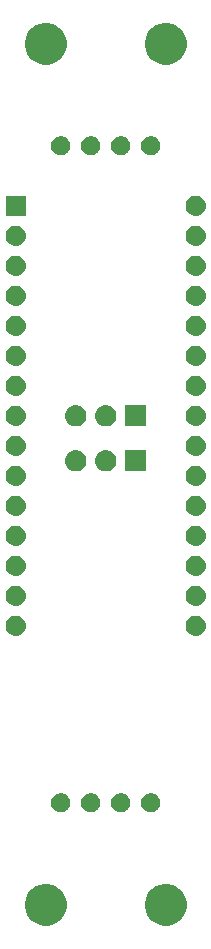
<source format=gbr>
G04 #@! TF.GenerationSoftware,KiCad,Pcbnew,(5.0.2)-1*
G04 #@! TF.CreationDate,2019-04-19T09:34:29-05:00*
G04 #@! TF.ProjectId,ArduinoNanoInterface_Hardware,41726475-696e-46f4-9e61-6e6f496e7465,rev?*
G04 #@! TF.SameCoordinates,Original*
G04 #@! TF.FileFunction,Soldermask,Bot*
G04 #@! TF.FilePolarity,Negative*
%FSLAX46Y46*%
G04 Gerber Fmt 4.6, Leading zero omitted, Abs format (unit mm)*
G04 Created by KiCad (PCBNEW (5.0.2)-1) date 4/19/2019 9:34:29 AM*
%MOMM*%
%LPD*%
G01*
G04 APERTURE LIST*
%ADD10C,0.100000*%
G04 APERTURE END LIST*
D10*
G36*
X99578037Y-133674250D02*
X99578039Y-133674251D01*
X99578040Y-133674251D01*
X99901251Y-133808129D01*
X99901252Y-133808130D01*
X100192137Y-134002493D01*
X100439507Y-134249863D01*
X100439509Y-134249866D01*
X100633871Y-134540749D01*
X100767749Y-134863960D01*
X100836000Y-135207079D01*
X100836000Y-135556921D01*
X100767749Y-135900040D01*
X100633871Y-136223251D01*
X100633870Y-136223252D01*
X100439507Y-136514137D01*
X100192137Y-136761507D01*
X100192134Y-136761509D01*
X99901251Y-136955871D01*
X99578040Y-137089749D01*
X99578039Y-137089749D01*
X99578037Y-137089750D01*
X99234922Y-137158000D01*
X98885078Y-137158000D01*
X98541963Y-137089750D01*
X98541961Y-137089749D01*
X98541960Y-137089749D01*
X98218749Y-136955871D01*
X97927866Y-136761509D01*
X97927863Y-136761507D01*
X97680493Y-136514137D01*
X97486130Y-136223252D01*
X97486129Y-136223251D01*
X97352251Y-135900040D01*
X97284000Y-135556921D01*
X97284000Y-135207079D01*
X97352251Y-134863960D01*
X97486129Y-134540749D01*
X97680491Y-134249866D01*
X97680493Y-134249863D01*
X97927863Y-134002493D01*
X98218748Y-133808130D01*
X98218749Y-133808129D01*
X98541960Y-133674251D01*
X98541961Y-133674251D01*
X98541963Y-133674250D01*
X98885078Y-133606000D01*
X99234922Y-133606000D01*
X99578037Y-133674250D01*
X99578037Y-133674250D01*
G37*
G36*
X89418037Y-133674250D02*
X89418039Y-133674251D01*
X89418040Y-133674251D01*
X89741251Y-133808129D01*
X89741252Y-133808130D01*
X90032137Y-134002493D01*
X90279507Y-134249863D01*
X90279509Y-134249866D01*
X90473871Y-134540749D01*
X90607749Y-134863960D01*
X90676000Y-135207079D01*
X90676000Y-135556921D01*
X90607749Y-135900040D01*
X90473871Y-136223251D01*
X90473870Y-136223252D01*
X90279507Y-136514137D01*
X90032137Y-136761507D01*
X90032134Y-136761509D01*
X89741251Y-136955871D01*
X89418040Y-137089749D01*
X89418039Y-137089749D01*
X89418037Y-137089750D01*
X89074922Y-137158000D01*
X88725078Y-137158000D01*
X88381963Y-137089750D01*
X88381961Y-137089749D01*
X88381960Y-137089749D01*
X88058749Y-136955871D01*
X87767866Y-136761509D01*
X87767863Y-136761507D01*
X87520493Y-136514137D01*
X87326130Y-136223252D01*
X87326129Y-136223251D01*
X87192251Y-135900040D01*
X87124000Y-135556921D01*
X87124000Y-135207079D01*
X87192251Y-134863960D01*
X87326129Y-134540749D01*
X87520491Y-134249866D01*
X87520493Y-134249863D01*
X87767863Y-134002493D01*
X88058748Y-133808130D01*
X88058749Y-133808129D01*
X88381960Y-133674251D01*
X88381961Y-133674251D01*
X88381963Y-133674250D01*
X88725078Y-133606000D01*
X89074922Y-133606000D01*
X89418037Y-133674250D01*
X89418037Y-133674250D01*
G37*
G36*
X98027142Y-125964242D02*
X98175102Y-126025530D01*
X98308258Y-126114502D01*
X98421498Y-126227742D01*
X98510470Y-126360898D01*
X98571758Y-126508858D01*
X98603000Y-126665925D01*
X98603000Y-126826075D01*
X98571758Y-126983142D01*
X98510470Y-127131102D01*
X98421498Y-127264258D01*
X98308258Y-127377498D01*
X98175102Y-127466470D01*
X98027142Y-127527758D01*
X97870075Y-127559000D01*
X97709925Y-127559000D01*
X97552858Y-127527758D01*
X97404898Y-127466470D01*
X97271742Y-127377498D01*
X97158502Y-127264258D01*
X97069530Y-127131102D01*
X97008242Y-126983142D01*
X96977000Y-126826075D01*
X96977000Y-126665925D01*
X97008242Y-126508858D01*
X97069530Y-126360898D01*
X97158502Y-126227742D01*
X97271742Y-126114502D01*
X97404898Y-126025530D01*
X97552858Y-125964242D01*
X97709925Y-125933000D01*
X97870075Y-125933000D01*
X98027142Y-125964242D01*
X98027142Y-125964242D01*
G37*
G36*
X90407142Y-125964242D02*
X90555102Y-126025530D01*
X90688258Y-126114502D01*
X90801498Y-126227742D01*
X90890470Y-126360898D01*
X90951758Y-126508858D01*
X90983000Y-126665925D01*
X90983000Y-126826075D01*
X90951758Y-126983142D01*
X90890470Y-127131102D01*
X90801498Y-127264258D01*
X90688258Y-127377498D01*
X90555102Y-127466470D01*
X90407142Y-127527758D01*
X90250075Y-127559000D01*
X90089925Y-127559000D01*
X89932858Y-127527758D01*
X89784898Y-127466470D01*
X89651742Y-127377498D01*
X89538502Y-127264258D01*
X89449530Y-127131102D01*
X89388242Y-126983142D01*
X89357000Y-126826075D01*
X89357000Y-126665925D01*
X89388242Y-126508858D01*
X89449530Y-126360898D01*
X89538502Y-126227742D01*
X89651742Y-126114502D01*
X89784898Y-126025530D01*
X89932858Y-125964242D01*
X90089925Y-125933000D01*
X90250075Y-125933000D01*
X90407142Y-125964242D01*
X90407142Y-125964242D01*
G37*
G36*
X95487142Y-125964242D02*
X95635102Y-126025530D01*
X95768258Y-126114502D01*
X95881498Y-126227742D01*
X95970470Y-126360898D01*
X96031758Y-126508858D01*
X96063000Y-126665925D01*
X96063000Y-126826075D01*
X96031758Y-126983142D01*
X95970470Y-127131102D01*
X95881498Y-127264258D01*
X95768258Y-127377498D01*
X95635102Y-127466470D01*
X95487142Y-127527758D01*
X95330075Y-127559000D01*
X95169925Y-127559000D01*
X95012858Y-127527758D01*
X94864898Y-127466470D01*
X94731742Y-127377498D01*
X94618502Y-127264258D01*
X94529530Y-127131102D01*
X94468242Y-126983142D01*
X94437000Y-126826075D01*
X94437000Y-126665925D01*
X94468242Y-126508858D01*
X94529530Y-126360898D01*
X94618502Y-126227742D01*
X94731742Y-126114502D01*
X94864898Y-126025530D01*
X95012858Y-125964242D01*
X95169925Y-125933000D01*
X95330075Y-125933000D01*
X95487142Y-125964242D01*
X95487142Y-125964242D01*
G37*
G36*
X92947142Y-125964242D02*
X93095102Y-126025530D01*
X93228258Y-126114502D01*
X93341498Y-126227742D01*
X93430470Y-126360898D01*
X93491758Y-126508858D01*
X93523000Y-126665925D01*
X93523000Y-126826075D01*
X93491758Y-126983142D01*
X93430470Y-127131102D01*
X93341498Y-127264258D01*
X93228258Y-127377498D01*
X93095102Y-127466470D01*
X92947142Y-127527758D01*
X92790075Y-127559000D01*
X92629925Y-127559000D01*
X92472858Y-127527758D01*
X92324898Y-127466470D01*
X92191742Y-127377498D01*
X92078502Y-127264258D01*
X91989530Y-127131102D01*
X91928242Y-126983142D01*
X91897000Y-126826075D01*
X91897000Y-126665925D01*
X91928242Y-126508858D01*
X91989530Y-126360898D01*
X92078502Y-126227742D01*
X92191742Y-126114502D01*
X92324898Y-126025530D01*
X92472858Y-125964242D01*
X92629925Y-125933000D01*
X92790075Y-125933000D01*
X92947142Y-125964242D01*
X92947142Y-125964242D01*
G37*
G36*
X101766821Y-110921313D02*
X101766824Y-110921314D01*
X101766825Y-110921314D01*
X101927239Y-110969975D01*
X101927241Y-110969976D01*
X101927244Y-110969977D01*
X102075078Y-111048995D01*
X102204659Y-111155341D01*
X102311005Y-111284922D01*
X102390023Y-111432756D01*
X102438687Y-111593179D01*
X102455117Y-111760000D01*
X102438687Y-111926821D01*
X102390023Y-112087244D01*
X102311005Y-112235078D01*
X102204659Y-112364659D01*
X102075078Y-112471005D01*
X101927244Y-112550023D01*
X101927241Y-112550024D01*
X101927239Y-112550025D01*
X101766825Y-112598686D01*
X101766824Y-112598686D01*
X101766821Y-112598687D01*
X101641804Y-112611000D01*
X101558196Y-112611000D01*
X101433179Y-112598687D01*
X101433176Y-112598686D01*
X101433175Y-112598686D01*
X101272761Y-112550025D01*
X101272759Y-112550024D01*
X101272756Y-112550023D01*
X101124922Y-112471005D01*
X100995341Y-112364659D01*
X100888995Y-112235078D01*
X100809977Y-112087244D01*
X100761313Y-111926821D01*
X100744883Y-111760000D01*
X100761313Y-111593179D01*
X100809977Y-111432756D01*
X100888995Y-111284922D01*
X100995341Y-111155341D01*
X101124922Y-111048995D01*
X101272756Y-110969977D01*
X101272759Y-110969976D01*
X101272761Y-110969975D01*
X101433175Y-110921314D01*
X101433176Y-110921314D01*
X101433179Y-110921313D01*
X101558196Y-110909000D01*
X101641804Y-110909000D01*
X101766821Y-110921313D01*
X101766821Y-110921313D01*
G37*
G36*
X86526821Y-110921313D02*
X86526824Y-110921314D01*
X86526825Y-110921314D01*
X86687239Y-110969975D01*
X86687241Y-110969976D01*
X86687244Y-110969977D01*
X86835078Y-111048995D01*
X86964659Y-111155341D01*
X87071005Y-111284922D01*
X87150023Y-111432756D01*
X87198687Y-111593179D01*
X87215117Y-111760000D01*
X87198687Y-111926821D01*
X87150023Y-112087244D01*
X87071005Y-112235078D01*
X86964659Y-112364659D01*
X86835078Y-112471005D01*
X86687244Y-112550023D01*
X86687241Y-112550024D01*
X86687239Y-112550025D01*
X86526825Y-112598686D01*
X86526824Y-112598686D01*
X86526821Y-112598687D01*
X86401804Y-112611000D01*
X86318196Y-112611000D01*
X86193179Y-112598687D01*
X86193176Y-112598686D01*
X86193175Y-112598686D01*
X86032761Y-112550025D01*
X86032759Y-112550024D01*
X86032756Y-112550023D01*
X85884922Y-112471005D01*
X85755341Y-112364659D01*
X85648995Y-112235078D01*
X85569977Y-112087244D01*
X85521313Y-111926821D01*
X85504883Y-111760000D01*
X85521313Y-111593179D01*
X85569977Y-111432756D01*
X85648995Y-111284922D01*
X85755341Y-111155341D01*
X85884922Y-111048995D01*
X86032756Y-110969977D01*
X86032759Y-110969976D01*
X86032761Y-110969975D01*
X86193175Y-110921314D01*
X86193176Y-110921314D01*
X86193179Y-110921313D01*
X86318196Y-110909000D01*
X86401804Y-110909000D01*
X86526821Y-110921313D01*
X86526821Y-110921313D01*
G37*
G36*
X101766821Y-108381313D02*
X101766824Y-108381314D01*
X101766825Y-108381314D01*
X101927239Y-108429975D01*
X101927241Y-108429976D01*
X101927244Y-108429977D01*
X102075078Y-108508995D01*
X102204659Y-108615341D01*
X102311005Y-108744922D01*
X102390023Y-108892756D01*
X102438687Y-109053179D01*
X102455117Y-109220000D01*
X102438687Y-109386821D01*
X102390023Y-109547244D01*
X102311005Y-109695078D01*
X102204659Y-109824659D01*
X102075078Y-109931005D01*
X101927244Y-110010023D01*
X101927241Y-110010024D01*
X101927239Y-110010025D01*
X101766825Y-110058686D01*
X101766824Y-110058686D01*
X101766821Y-110058687D01*
X101641804Y-110071000D01*
X101558196Y-110071000D01*
X101433179Y-110058687D01*
X101433176Y-110058686D01*
X101433175Y-110058686D01*
X101272761Y-110010025D01*
X101272759Y-110010024D01*
X101272756Y-110010023D01*
X101124922Y-109931005D01*
X100995341Y-109824659D01*
X100888995Y-109695078D01*
X100809977Y-109547244D01*
X100761313Y-109386821D01*
X100744883Y-109220000D01*
X100761313Y-109053179D01*
X100809977Y-108892756D01*
X100888995Y-108744922D01*
X100995341Y-108615341D01*
X101124922Y-108508995D01*
X101272756Y-108429977D01*
X101272759Y-108429976D01*
X101272761Y-108429975D01*
X101433175Y-108381314D01*
X101433176Y-108381314D01*
X101433179Y-108381313D01*
X101558196Y-108369000D01*
X101641804Y-108369000D01*
X101766821Y-108381313D01*
X101766821Y-108381313D01*
G37*
G36*
X86526821Y-108381313D02*
X86526824Y-108381314D01*
X86526825Y-108381314D01*
X86687239Y-108429975D01*
X86687241Y-108429976D01*
X86687244Y-108429977D01*
X86835078Y-108508995D01*
X86964659Y-108615341D01*
X87071005Y-108744922D01*
X87150023Y-108892756D01*
X87198687Y-109053179D01*
X87215117Y-109220000D01*
X87198687Y-109386821D01*
X87150023Y-109547244D01*
X87071005Y-109695078D01*
X86964659Y-109824659D01*
X86835078Y-109931005D01*
X86687244Y-110010023D01*
X86687241Y-110010024D01*
X86687239Y-110010025D01*
X86526825Y-110058686D01*
X86526824Y-110058686D01*
X86526821Y-110058687D01*
X86401804Y-110071000D01*
X86318196Y-110071000D01*
X86193179Y-110058687D01*
X86193176Y-110058686D01*
X86193175Y-110058686D01*
X86032761Y-110010025D01*
X86032759Y-110010024D01*
X86032756Y-110010023D01*
X85884922Y-109931005D01*
X85755341Y-109824659D01*
X85648995Y-109695078D01*
X85569977Y-109547244D01*
X85521313Y-109386821D01*
X85504883Y-109220000D01*
X85521313Y-109053179D01*
X85569977Y-108892756D01*
X85648995Y-108744922D01*
X85755341Y-108615341D01*
X85884922Y-108508995D01*
X86032756Y-108429977D01*
X86032759Y-108429976D01*
X86032761Y-108429975D01*
X86193175Y-108381314D01*
X86193176Y-108381314D01*
X86193179Y-108381313D01*
X86318196Y-108369000D01*
X86401804Y-108369000D01*
X86526821Y-108381313D01*
X86526821Y-108381313D01*
G37*
G36*
X86526821Y-105841313D02*
X86526824Y-105841314D01*
X86526825Y-105841314D01*
X86687239Y-105889975D01*
X86687241Y-105889976D01*
X86687244Y-105889977D01*
X86835078Y-105968995D01*
X86964659Y-106075341D01*
X87071005Y-106204922D01*
X87150023Y-106352756D01*
X87198687Y-106513179D01*
X87215117Y-106680000D01*
X87198687Y-106846821D01*
X87150023Y-107007244D01*
X87071005Y-107155078D01*
X86964659Y-107284659D01*
X86835078Y-107391005D01*
X86687244Y-107470023D01*
X86687241Y-107470024D01*
X86687239Y-107470025D01*
X86526825Y-107518686D01*
X86526824Y-107518686D01*
X86526821Y-107518687D01*
X86401804Y-107531000D01*
X86318196Y-107531000D01*
X86193179Y-107518687D01*
X86193176Y-107518686D01*
X86193175Y-107518686D01*
X86032761Y-107470025D01*
X86032759Y-107470024D01*
X86032756Y-107470023D01*
X85884922Y-107391005D01*
X85755341Y-107284659D01*
X85648995Y-107155078D01*
X85569977Y-107007244D01*
X85521313Y-106846821D01*
X85504883Y-106680000D01*
X85521313Y-106513179D01*
X85569977Y-106352756D01*
X85648995Y-106204922D01*
X85755341Y-106075341D01*
X85884922Y-105968995D01*
X86032756Y-105889977D01*
X86032759Y-105889976D01*
X86032761Y-105889975D01*
X86193175Y-105841314D01*
X86193176Y-105841314D01*
X86193179Y-105841313D01*
X86318196Y-105829000D01*
X86401804Y-105829000D01*
X86526821Y-105841313D01*
X86526821Y-105841313D01*
G37*
G36*
X101766821Y-105841313D02*
X101766824Y-105841314D01*
X101766825Y-105841314D01*
X101927239Y-105889975D01*
X101927241Y-105889976D01*
X101927244Y-105889977D01*
X102075078Y-105968995D01*
X102204659Y-106075341D01*
X102311005Y-106204922D01*
X102390023Y-106352756D01*
X102438687Y-106513179D01*
X102455117Y-106680000D01*
X102438687Y-106846821D01*
X102390023Y-107007244D01*
X102311005Y-107155078D01*
X102204659Y-107284659D01*
X102075078Y-107391005D01*
X101927244Y-107470023D01*
X101927241Y-107470024D01*
X101927239Y-107470025D01*
X101766825Y-107518686D01*
X101766824Y-107518686D01*
X101766821Y-107518687D01*
X101641804Y-107531000D01*
X101558196Y-107531000D01*
X101433179Y-107518687D01*
X101433176Y-107518686D01*
X101433175Y-107518686D01*
X101272761Y-107470025D01*
X101272759Y-107470024D01*
X101272756Y-107470023D01*
X101124922Y-107391005D01*
X100995341Y-107284659D01*
X100888995Y-107155078D01*
X100809977Y-107007244D01*
X100761313Y-106846821D01*
X100744883Y-106680000D01*
X100761313Y-106513179D01*
X100809977Y-106352756D01*
X100888995Y-106204922D01*
X100995341Y-106075341D01*
X101124922Y-105968995D01*
X101272756Y-105889977D01*
X101272759Y-105889976D01*
X101272761Y-105889975D01*
X101433175Y-105841314D01*
X101433176Y-105841314D01*
X101433179Y-105841313D01*
X101558196Y-105829000D01*
X101641804Y-105829000D01*
X101766821Y-105841313D01*
X101766821Y-105841313D01*
G37*
G36*
X86526821Y-103301313D02*
X86526824Y-103301314D01*
X86526825Y-103301314D01*
X86687239Y-103349975D01*
X86687241Y-103349976D01*
X86687244Y-103349977D01*
X86835078Y-103428995D01*
X86964659Y-103535341D01*
X87071005Y-103664922D01*
X87150023Y-103812756D01*
X87198687Y-103973179D01*
X87215117Y-104140000D01*
X87198687Y-104306821D01*
X87150023Y-104467244D01*
X87071005Y-104615078D01*
X86964659Y-104744659D01*
X86835078Y-104851005D01*
X86687244Y-104930023D01*
X86687241Y-104930024D01*
X86687239Y-104930025D01*
X86526825Y-104978686D01*
X86526824Y-104978686D01*
X86526821Y-104978687D01*
X86401804Y-104991000D01*
X86318196Y-104991000D01*
X86193179Y-104978687D01*
X86193176Y-104978686D01*
X86193175Y-104978686D01*
X86032761Y-104930025D01*
X86032759Y-104930024D01*
X86032756Y-104930023D01*
X85884922Y-104851005D01*
X85755341Y-104744659D01*
X85648995Y-104615078D01*
X85569977Y-104467244D01*
X85521313Y-104306821D01*
X85504883Y-104140000D01*
X85521313Y-103973179D01*
X85569977Y-103812756D01*
X85648995Y-103664922D01*
X85755341Y-103535341D01*
X85884922Y-103428995D01*
X86032756Y-103349977D01*
X86032759Y-103349976D01*
X86032761Y-103349975D01*
X86193175Y-103301314D01*
X86193176Y-103301314D01*
X86193179Y-103301313D01*
X86318196Y-103289000D01*
X86401804Y-103289000D01*
X86526821Y-103301313D01*
X86526821Y-103301313D01*
G37*
G36*
X101766821Y-103301313D02*
X101766824Y-103301314D01*
X101766825Y-103301314D01*
X101927239Y-103349975D01*
X101927241Y-103349976D01*
X101927244Y-103349977D01*
X102075078Y-103428995D01*
X102204659Y-103535341D01*
X102311005Y-103664922D01*
X102390023Y-103812756D01*
X102438687Y-103973179D01*
X102455117Y-104140000D01*
X102438687Y-104306821D01*
X102390023Y-104467244D01*
X102311005Y-104615078D01*
X102204659Y-104744659D01*
X102075078Y-104851005D01*
X101927244Y-104930023D01*
X101927241Y-104930024D01*
X101927239Y-104930025D01*
X101766825Y-104978686D01*
X101766824Y-104978686D01*
X101766821Y-104978687D01*
X101641804Y-104991000D01*
X101558196Y-104991000D01*
X101433179Y-104978687D01*
X101433176Y-104978686D01*
X101433175Y-104978686D01*
X101272761Y-104930025D01*
X101272759Y-104930024D01*
X101272756Y-104930023D01*
X101124922Y-104851005D01*
X100995341Y-104744659D01*
X100888995Y-104615078D01*
X100809977Y-104467244D01*
X100761313Y-104306821D01*
X100744883Y-104140000D01*
X100761313Y-103973179D01*
X100809977Y-103812756D01*
X100888995Y-103664922D01*
X100995341Y-103535341D01*
X101124922Y-103428995D01*
X101272756Y-103349977D01*
X101272759Y-103349976D01*
X101272761Y-103349975D01*
X101433175Y-103301314D01*
X101433176Y-103301314D01*
X101433179Y-103301313D01*
X101558196Y-103289000D01*
X101641804Y-103289000D01*
X101766821Y-103301313D01*
X101766821Y-103301313D01*
G37*
G36*
X101766821Y-100761313D02*
X101766824Y-100761314D01*
X101766825Y-100761314D01*
X101927239Y-100809975D01*
X101927241Y-100809976D01*
X101927244Y-100809977D01*
X102075078Y-100888995D01*
X102204659Y-100995341D01*
X102311005Y-101124922D01*
X102390023Y-101272756D01*
X102438687Y-101433179D01*
X102455117Y-101600000D01*
X102438687Y-101766821D01*
X102390023Y-101927244D01*
X102311005Y-102075078D01*
X102204659Y-102204659D01*
X102075078Y-102311005D01*
X101927244Y-102390023D01*
X101927241Y-102390024D01*
X101927239Y-102390025D01*
X101766825Y-102438686D01*
X101766824Y-102438686D01*
X101766821Y-102438687D01*
X101641804Y-102451000D01*
X101558196Y-102451000D01*
X101433179Y-102438687D01*
X101433176Y-102438686D01*
X101433175Y-102438686D01*
X101272761Y-102390025D01*
X101272759Y-102390024D01*
X101272756Y-102390023D01*
X101124922Y-102311005D01*
X100995341Y-102204659D01*
X100888995Y-102075078D01*
X100809977Y-101927244D01*
X100761313Y-101766821D01*
X100744883Y-101600000D01*
X100761313Y-101433179D01*
X100809977Y-101272756D01*
X100888995Y-101124922D01*
X100995341Y-100995341D01*
X101124922Y-100888995D01*
X101272756Y-100809977D01*
X101272759Y-100809976D01*
X101272761Y-100809975D01*
X101433175Y-100761314D01*
X101433176Y-100761314D01*
X101433179Y-100761313D01*
X101558196Y-100749000D01*
X101641804Y-100749000D01*
X101766821Y-100761313D01*
X101766821Y-100761313D01*
G37*
G36*
X86526821Y-100761313D02*
X86526824Y-100761314D01*
X86526825Y-100761314D01*
X86687239Y-100809975D01*
X86687241Y-100809976D01*
X86687244Y-100809977D01*
X86835078Y-100888995D01*
X86964659Y-100995341D01*
X87071005Y-101124922D01*
X87150023Y-101272756D01*
X87198687Y-101433179D01*
X87215117Y-101600000D01*
X87198687Y-101766821D01*
X87150023Y-101927244D01*
X87071005Y-102075078D01*
X86964659Y-102204659D01*
X86835078Y-102311005D01*
X86687244Y-102390023D01*
X86687241Y-102390024D01*
X86687239Y-102390025D01*
X86526825Y-102438686D01*
X86526824Y-102438686D01*
X86526821Y-102438687D01*
X86401804Y-102451000D01*
X86318196Y-102451000D01*
X86193179Y-102438687D01*
X86193176Y-102438686D01*
X86193175Y-102438686D01*
X86032761Y-102390025D01*
X86032759Y-102390024D01*
X86032756Y-102390023D01*
X85884922Y-102311005D01*
X85755341Y-102204659D01*
X85648995Y-102075078D01*
X85569977Y-101927244D01*
X85521313Y-101766821D01*
X85504883Y-101600000D01*
X85521313Y-101433179D01*
X85569977Y-101272756D01*
X85648995Y-101124922D01*
X85755341Y-100995341D01*
X85884922Y-100888995D01*
X86032756Y-100809977D01*
X86032759Y-100809976D01*
X86032761Y-100809975D01*
X86193175Y-100761314D01*
X86193176Y-100761314D01*
X86193179Y-100761313D01*
X86318196Y-100749000D01*
X86401804Y-100749000D01*
X86526821Y-100761313D01*
X86526821Y-100761313D01*
G37*
G36*
X101766821Y-98221313D02*
X101766824Y-98221314D01*
X101766825Y-98221314D01*
X101927239Y-98269975D01*
X101927241Y-98269976D01*
X101927244Y-98269977D01*
X102075078Y-98348995D01*
X102204659Y-98455341D01*
X102311005Y-98584922D01*
X102390023Y-98732756D01*
X102438687Y-98893179D01*
X102455117Y-99060000D01*
X102438687Y-99226821D01*
X102390023Y-99387244D01*
X102311005Y-99535078D01*
X102204659Y-99664659D01*
X102075078Y-99771005D01*
X101927244Y-99850023D01*
X101927241Y-99850024D01*
X101927239Y-99850025D01*
X101766825Y-99898686D01*
X101766824Y-99898686D01*
X101766821Y-99898687D01*
X101641804Y-99911000D01*
X101558196Y-99911000D01*
X101433179Y-99898687D01*
X101433176Y-99898686D01*
X101433175Y-99898686D01*
X101272761Y-99850025D01*
X101272759Y-99850024D01*
X101272756Y-99850023D01*
X101124922Y-99771005D01*
X100995341Y-99664659D01*
X100888995Y-99535078D01*
X100809977Y-99387244D01*
X100761313Y-99226821D01*
X100744883Y-99060000D01*
X100761313Y-98893179D01*
X100809977Y-98732756D01*
X100888995Y-98584922D01*
X100995341Y-98455341D01*
X101124922Y-98348995D01*
X101272756Y-98269977D01*
X101272759Y-98269976D01*
X101272761Y-98269975D01*
X101433175Y-98221314D01*
X101433176Y-98221314D01*
X101433179Y-98221313D01*
X101558196Y-98209000D01*
X101641804Y-98209000D01*
X101766821Y-98221313D01*
X101766821Y-98221313D01*
G37*
G36*
X86526821Y-98221313D02*
X86526824Y-98221314D01*
X86526825Y-98221314D01*
X86687239Y-98269975D01*
X86687241Y-98269976D01*
X86687244Y-98269977D01*
X86835078Y-98348995D01*
X86964659Y-98455341D01*
X87071005Y-98584922D01*
X87150023Y-98732756D01*
X87198687Y-98893179D01*
X87215117Y-99060000D01*
X87198687Y-99226821D01*
X87150023Y-99387244D01*
X87071005Y-99535078D01*
X86964659Y-99664659D01*
X86835078Y-99771005D01*
X86687244Y-99850023D01*
X86687241Y-99850024D01*
X86687239Y-99850025D01*
X86526825Y-99898686D01*
X86526824Y-99898686D01*
X86526821Y-99898687D01*
X86401804Y-99911000D01*
X86318196Y-99911000D01*
X86193179Y-99898687D01*
X86193176Y-99898686D01*
X86193175Y-99898686D01*
X86032761Y-99850025D01*
X86032759Y-99850024D01*
X86032756Y-99850023D01*
X85884922Y-99771005D01*
X85755341Y-99664659D01*
X85648995Y-99535078D01*
X85569977Y-99387244D01*
X85521313Y-99226821D01*
X85504883Y-99060000D01*
X85521313Y-98893179D01*
X85569977Y-98732756D01*
X85648995Y-98584922D01*
X85755341Y-98455341D01*
X85884922Y-98348995D01*
X86032756Y-98269977D01*
X86032759Y-98269976D01*
X86032761Y-98269975D01*
X86193175Y-98221314D01*
X86193176Y-98221314D01*
X86193179Y-98221313D01*
X86318196Y-98209000D01*
X86401804Y-98209000D01*
X86526821Y-98221313D01*
X86526821Y-98221313D01*
G37*
G36*
X91550442Y-96895518D02*
X91616627Y-96902037D01*
X91729853Y-96936384D01*
X91786467Y-96953557D01*
X91864146Y-96995078D01*
X91942991Y-97037222D01*
X91978729Y-97066552D01*
X92080186Y-97149814D01*
X92163448Y-97251271D01*
X92192778Y-97287009D01*
X92192779Y-97287011D01*
X92276443Y-97443533D01*
X92276443Y-97443534D01*
X92327963Y-97613373D01*
X92345359Y-97790000D01*
X92327963Y-97966627D01*
X92293616Y-98079853D01*
X92276443Y-98136467D01*
X92205080Y-98269975D01*
X92192778Y-98292991D01*
X92163448Y-98328729D01*
X92080186Y-98430186D01*
X91978729Y-98513448D01*
X91942991Y-98542778D01*
X91942989Y-98542779D01*
X91786467Y-98626443D01*
X91729853Y-98643616D01*
X91616627Y-98677963D01*
X91550442Y-98684482D01*
X91484260Y-98691000D01*
X91395740Y-98691000D01*
X91329558Y-98684482D01*
X91263373Y-98677963D01*
X91150147Y-98643616D01*
X91093533Y-98626443D01*
X90937011Y-98542779D01*
X90937009Y-98542778D01*
X90901271Y-98513448D01*
X90799814Y-98430186D01*
X90716552Y-98328729D01*
X90687222Y-98292991D01*
X90674920Y-98269975D01*
X90603557Y-98136467D01*
X90586384Y-98079853D01*
X90552037Y-97966627D01*
X90534641Y-97790000D01*
X90552037Y-97613373D01*
X90603557Y-97443534D01*
X90603557Y-97443533D01*
X90687221Y-97287011D01*
X90687222Y-97287009D01*
X90716552Y-97251271D01*
X90799814Y-97149814D01*
X90901271Y-97066552D01*
X90937009Y-97037222D01*
X91015854Y-96995078D01*
X91093533Y-96953557D01*
X91150147Y-96936384D01*
X91263373Y-96902037D01*
X91329558Y-96895518D01*
X91395740Y-96889000D01*
X91484260Y-96889000D01*
X91550442Y-96895518D01*
X91550442Y-96895518D01*
G37*
G36*
X94090442Y-96895518D02*
X94156627Y-96902037D01*
X94269853Y-96936384D01*
X94326467Y-96953557D01*
X94404146Y-96995078D01*
X94482991Y-97037222D01*
X94518729Y-97066552D01*
X94620186Y-97149814D01*
X94703448Y-97251271D01*
X94732778Y-97287009D01*
X94732779Y-97287011D01*
X94816443Y-97443533D01*
X94816443Y-97443534D01*
X94867963Y-97613373D01*
X94885359Y-97790000D01*
X94867963Y-97966627D01*
X94833616Y-98079853D01*
X94816443Y-98136467D01*
X94745080Y-98269975D01*
X94732778Y-98292991D01*
X94703448Y-98328729D01*
X94620186Y-98430186D01*
X94518729Y-98513448D01*
X94482991Y-98542778D01*
X94482989Y-98542779D01*
X94326467Y-98626443D01*
X94269853Y-98643616D01*
X94156627Y-98677963D01*
X94090442Y-98684482D01*
X94024260Y-98691000D01*
X93935740Y-98691000D01*
X93869558Y-98684482D01*
X93803373Y-98677963D01*
X93690147Y-98643616D01*
X93633533Y-98626443D01*
X93477011Y-98542779D01*
X93477009Y-98542778D01*
X93441271Y-98513448D01*
X93339814Y-98430186D01*
X93256552Y-98328729D01*
X93227222Y-98292991D01*
X93214920Y-98269975D01*
X93143557Y-98136467D01*
X93126384Y-98079853D01*
X93092037Y-97966627D01*
X93074641Y-97790000D01*
X93092037Y-97613373D01*
X93143557Y-97443534D01*
X93143557Y-97443533D01*
X93227221Y-97287011D01*
X93227222Y-97287009D01*
X93256552Y-97251271D01*
X93339814Y-97149814D01*
X93441271Y-97066552D01*
X93477009Y-97037222D01*
X93555854Y-96995078D01*
X93633533Y-96953557D01*
X93690147Y-96936384D01*
X93803373Y-96902037D01*
X93869558Y-96895518D01*
X93935740Y-96889000D01*
X94024260Y-96889000D01*
X94090442Y-96895518D01*
X94090442Y-96895518D01*
G37*
G36*
X97421000Y-98691000D02*
X95619000Y-98691000D01*
X95619000Y-96889000D01*
X97421000Y-96889000D01*
X97421000Y-98691000D01*
X97421000Y-98691000D01*
G37*
G36*
X101766821Y-95681313D02*
X101766824Y-95681314D01*
X101766825Y-95681314D01*
X101927239Y-95729975D01*
X101927241Y-95729976D01*
X101927244Y-95729977D01*
X102075078Y-95808995D01*
X102204659Y-95915341D01*
X102311005Y-96044922D01*
X102390023Y-96192756D01*
X102438687Y-96353179D01*
X102455117Y-96520000D01*
X102438687Y-96686821D01*
X102390023Y-96847244D01*
X102311005Y-96995078D01*
X102204659Y-97124659D01*
X102075078Y-97231005D01*
X101927244Y-97310023D01*
X101927241Y-97310024D01*
X101927239Y-97310025D01*
X101766825Y-97358686D01*
X101766824Y-97358686D01*
X101766821Y-97358687D01*
X101641804Y-97371000D01*
X101558196Y-97371000D01*
X101433179Y-97358687D01*
X101433176Y-97358686D01*
X101433175Y-97358686D01*
X101272761Y-97310025D01*
X101272759Y-97310024D01*
X101272756Y-97310023D01*
X101124922Y-97231005D01*
X100995341Y-97124659D01*
X100888995Y-96995078D01*
X100809977Y-96847244D01*
X100761313Y-96686821D01*
X100744883Y-96520000D01*
X100761313Y-96353179D01*
X100809977Y-96192756D01*
X100888995Y-96044922D01*
X100995341Y-95915341D01*
X101124922Y-95808995D01*
X101272756Y-95729977D01*
X101272759Y-95729976D01*
X101272761Y-95729975D01*
X101433175Y-95681314D01*
X101433176Y-95681314D01*
X101433179Y-95681313D01*
X101558196Y-95669000D01*
X101641804Y-95669000D01*
X101766821Y-95681313D01*
X101766821Y-95681313D01*
G37*
G36*
X86526821Y-95681313D02*
X86526824Y-95681314D01*
X86526825Y-95681314D01*
X86687239Y-95729975D01*
X86687241Y-95729976D01*
X86687244Y-95729977D01*
X86835078Y-95808995D01*
X86964659Y-95915341D01*
X87071005Y-96044922D01*
X87150023Y-96192756D01*
X87198687Y-96353179D01*
X87215117Y-96520000D01*
X87198687Y-96686821D01*
X87150023Y-96847244D01*
X87071005Y-96995078D01*
X86964659Y-97124659D01*
X86835078Y-97231005D01*
X86687244Y-97310023D01*
X86687241Y-97310024D01*
X86687239Y-97310025D01*
X86526825Y-97358686D01*
X86526824Y-97358686D01*
X86526821Y-97358687D01*
X86401804Y-97371000D01*
X86318196Y-97371000D01*
X86193179Y-97358687D01*
X86193176Y-97358686D01*
X86193175Y-97358686D01*
X86032761Y-97310025D01*
X86032759Y-97310024D01*
X86032756Y-97310023D01*
X85884922Y-97231005D01*
X85755341Y-97124659D01*
X85648995Y-96995078D01*
X85569977Y-96847244D01*
X85521313Y-96686821D01*
X85504883Y-96520000D01*
X85521313Y-96353179D01*
X85569977Y-96192756D01*
X85648995Y-96044922D01*
X85755341Y-95915341D01*
X85884922Y-95808995D01*
X86032756Y-95729977D01*
X86032759Y-95729976D01*
X86032761Y-95729975D01*
X86193175Y-95681314D01*
X86193176Y-95681314D01*
X86193179Y-95681313D01*
X86318196Y-95669000D01*
X86401804Y-95669000D01*
X86526821Y-95681313D01*
X86526821Y-95681313D01*
G37*
G36*
X91550443Y-93085519D02*
X91616627Y-93092037D01*
X91729853Y-93126384D01*
X91786467Y-93143557D01*
X91873311Y-93189977D01*
X91942991Y-93227222D01*
X91978729Y-93256552D01*
X92080186Y-93339814D01*
X92163448Y-93441271D01*
X92192778Y-93477009D01*
X92192779Y-93477011D01*
X92276443Y-93633533D01*
X92293616Y-93690147D01*
X92327963Y-93803373D01*
X92345359Y-93980000D01*
X92327963Y-94156627D01*
X92293616Y-94269853D01*
X92276443Y-94326467D01*
X92207698Y-94455078D01*
X92192778Y-94482991D01*
X92163448Y-94518729D01*
X92080186Y-94620186D01*
X91978729Y-94703448D01*
X91942991Y-94732778D01*
X91942989Y-94732779D01*
X91786467Y-94816443D01*
X91779069Y-94818687D01*
X91616627Y-94867963D01*
X91550443Y-94874481D01*
X91484260Y-94881000D01*
X91395740Y-94881000D01*
X91329557Y-94874481D01*
X91263373Y-94867963D01*
X91100931Y-94818687D01*
X91093533Y-94816443D01*
X90937011Y-94732779D01*
X90937009Y-94732778D01*
X90901271Y-94703448D01*
X90799814Y-94620186D01*
X90716552Y-94518729D01*
X90687222Y-94482991D01*
X90672302Y-94455078D01*
X90603557Y-94326467D01*
X90586384Y-94269853D01*
X90552037Y-94156627D01*
X90534641Y-93980000D01*
X90552037Y-93803373D01*
X90586384Y-93690147D01*
X90603557Y-93633533D01*
X90687221Y-93477011D01*
X90687222Y-93477009D01*
X90716552Y-93441271D01*
X90799814Y-93339814D01*
X90901271Y-93256552D01*
X90937009Y-93227222D01*
X91006689Y-93189977D01*
X91093533Y-93143557D01*
X91150147Y-93126384D01*
X91263373Y-93092037D01*
X91329557Y-93085519D01*
X91395740Y-93079000D01*
X91484260Y-93079000D01*
X91550443Y-93085519D01*
X91550443Y-93085519D01*
G37*
G36*
X97421000Y-94881000D02*
X95619000Y-94881000D01*
X95619000Y-93079000D01*
X97421000Y-93079000D01*
X97421000Y-94881000D01*
X97421000Y-94881000D01*
G37*
G36*
X94090443Y-93085519D02*
X94156627Y-93092037D01*
X94269853Y-93126384D01*
X94326467Y-93143557D01*
X94413311Y-93189977D01*
X94482991Y-93227222D01*
X94518729Y-93256552D01*
X94620186Y-93339814D01*
X94703448Y-93441271D01*
X94732778Y-93477009D01*
X94732779Y-93477011D01*
X94816443Y-93633533D01*
X94833616Y-93690147D01*
X94867963Y-93803373D01*
X94885359Y-93980000D01*
X94867963Y-94156627D01*
X94833616Y-94269853D01*
X94816443Y-94326467D01*
X94747698Y-94455078D01*
X94732778Y-94482991D01*
X94703448Y-94518729D01*
X94620186Y-94620186D01*
X94518729Y-94703448D01*
X94482991Y-94732778D01*
X94482989Y-94732779D01*
X94326467Y-94816443D01*
X94319069Y-94818687D01*
X94156627Y-94867963D01*
X94090443Y-94874481D01*
X94024260Y-94881000D01*
X93935740Y-94881000D01*
X93869557Y-94874481D01*
X93803373Y-94867963D01*
X93640931Y-94818687D01*
X93633533Y-94816443D01*
X93477011Y-94732779D01*
X93477009Y-94732778D01*
X93441271Y-94703448D01*
X93339814Y-94620186D01*
X93256552Y-94518729D01*
X93227222Y-94482991D01*
X93212302Y-94455078D01*
X93143557Y-94326467D01*
X93126384Y-94269853D01*
X93092037Y-94156627D01*
X93074641Y-93980000D01*
X93092037Y-93803373D01*
X93126384Y-93690147D01*
X93143557Y-93633533D01*
X93227221Y-93477011D01*
X93227222Y-93477009D01*
X93256552Y-93441271D01*
X93339814Y-93339814D01*
X93441271Y-93256552D01*
X93477009Y-93227222D01*
X93546689Y-93189977D01*
X93633533Y-93143557D01*
X93690147Y-93126384D01*
X93803373Y-93092037D01*
X93869557Y-93085519D01*
X93935740Y-93079000D01*
X94024260Y-93079000D01*
X94090443Y-93085519D01*
X94090443Y-93085519D01*
G37*
G36*
X101766821Y-93141313D02*
X101766824Y-93141314D01*
X101766825Y-93141314D01*
X101927239Y-93189975D01*
X101927241Y-93189976D01*
X101927244Y-93189977D01*
X102075078Y-93268995D01*
X102204659Y-93375341D01*
X102311005Y-93504922D01*
X102390023Y-93652756D01*
X102390024Y-93652759D01*
X102390025Y-93652761D01*
X102435713Y-93803375D01*
X102438687Y-93813179D01*
X102455117Y-93980000D01*
X102438687Y-94146821D01*
X102438686Y-94146824D01*
X102438686Y-94146825D01*
X102435713Y-94156627D01*
X102390023Y-94307244D01*
X102311005Y-94455078D01*
X102204659Y-94584659D01*
X102075078Y-94691005D01*
X101927244Y-94770023D01*
X101927241Y-94770024D01*
X101927239Y-94770025D01*
X101766825Y-94818686D01*
X101766824Y-94818686D01*
X101766821Y-94818687D01*
X101641804Y-94831000D01*
X101558196Y-94831000D01*
X101433179Y-94818687D01*
X101433176Y-94818686D01*
X101433175Y-94818686D01*
X101272761Y-94770025D01*
X101272759Y-94770024D01*
X101272756Y-94770023D01*
X101124922Y-94691005D01*
X100995341Y-94584659D01*
X100888995Y-94455078D01*
X100809977Y-94307244D01*
X100764288Y-94156627D01*
X100761314Y-94146825D01*
X100761314Y-94146824D01*
X100761313Y-94146821D01*
X100744883Y-93980000D01*
X100761313Y-93813179D01*
X100764287Y-93803375D01*
X100809975Y-93652761D01*
X100809976Y-93652759D01*
X100809977Y-93652756D01*
X100888995Y-93504922D01*
X100995341Y-93375341D01*
X101124922Y-93268995D01*
X101272756Y-93189977D01*
X101272759Y-93189976D01*
X101272761Y-93189975D01*
X101433175Y-93141314D01*
X101433176Y-93141314D01*
X101433179Y-93141313D01*
X101558196Y-93129000D01*
X101641804Y-93129000D01*
X101766821Y-93141313D01*
X101766821Y-93141313D01*
G37*
G36*
X86526821Y-93141313D02*
X86526824Y-93141314D01*
X86526825Y-93141314D01*
X86687239Y-93189975D01*
X86687241Y-93189976D01*
X86687244Y-93189977D01*
X86835078Y-93268995D01*
X86964659Y-93375341D01*
X87071005Y-93504922D01*
X87150023Y-93652756D01*
X87150024Y-93652759D01*
X87150025Y-93652761D01*
X87195713Y-93803375D01*
X87198687Y-93813179D01*
X87215117Y-93980000D01*
X87198687Y-94146821D01*
X87198686Y-94146824D01*
X87198686Y-94146825D01*
X87195713Y-94156627D01*
X87150023Y-94307244D01*
X87071005Y-94455078D01*
X86964659Y-94584659D01*
X86835078Y-94691005D01*
X86687244Y-94770023D01*
X86687241Y-94770024D01*
X86687239Y-94770025D01*
X86526825Y-94818686D01*
X86526824Y-94818686D01*
X86526821Y-94818687D01*
X86401804Y-94831000D01*
X86318196Y-94831000D01*
X86193179Y-94818687D01*
X86193176Y-94818686D01*
X86193175Y-94818686D01*
X86032761Y-94770025D01*
X86032759Y-94770024D01*
X86032756Y-94770023D01*
X85884922Y-94691005D01*
X85755341Y-94584659D01*
X85648995Y-94455078D01*
X85569977Y-94307244D01*
X85524288Y-94156627D01*
X85521314Y-94146825D01*
X85521314Y-94146824D01*
X85521313Y-94146821D01*
X85504883Y-93980000D01*
X85521313Y-93813179D01*
X85524287Y-93803375D01*
X85569975Y-93652761D01*
X85569976Y-93652759D01*
X85569977Y-93652756D01*
X85648995Y-93504922D01*
X85755341Y-93375341D01*
X85884922Y-93268995D01*
X86032756Y-93189977D01*
X86032759Y-93189976D01*
X86032761Y-93189975D01*
X86193175Y-93141314D01*
X86193176Y-93141314D01*
X86193179Y-93141313D01*
X86318196Y-93129000D01*
X86401804Y-93129000D01*
X86526821Y-93141313D01*
X86526821Y-93141313D01*
G37*
G36*
X86526821Y-90601313D02*
X86526824Y-90601314D01*
X86526825Y-90601314D01*
X86687239Y-90649975D01*
X86687241Y-90649976D01*
X86687244Y-90649977D01*
X86835078Y-90728995D01*
X86964659Y-90835341D01*
X87071005Y-90964922D01*
X87150023Y-91112756D01*
X87198687Y-91273179D01*
X87215117Y-91440000D01*
X87198687Y-91606821D01*
X87150023Y-91767244D01*
X87071005Y-91915078D01*
X86964659Y-92044659D01*
X86835078Y-92151005D01*
X86687244Y-92230023D01*
X86687241Y-92230024D01*
X86687239Y-92230025D01*
X86526825Y-92278686D01*
X86526824Y-92278686D01*
X86526821Y-92278687D01*
X86401804Y-92291000D01*
X86318196Y-92291000D01*
X86193179Y-92278687D01*
X86193176Y-92278686D01*
X86193175Y-92278686D01*
X86032761Y-92230025D01*
X86032759Y-92230024D01*
X86032756Y-92230023D01*
X85884922Y-92151005D01*
X85755341Y-92044659D01*
X85648995Y-91915078D01*
X85569977Y-91767244D01*
X85521313Y-91606821D01*
X85504883Y-91440000D01*
X85521313Y-91273179D01*
X85569977Y-91112756D01*
X85648995Y-90964922D01*
X85755341Y-90835341D01*
X85884922Y-90728995D01*
X86032756Y-90649977D01*
X86032759Y-90649976D01*
X86032761Y-90649975D01*
X86193175Y-90601314D01*
X86193176Y-90601314D01*
X86193179Y-90601313D01*
X86318196Y-90589000D01*
X86401804Y-90589000D01*
X86526821Y-90601313D01*
X86526821Y-90601313D01*
G37*
G36*
X101766821Y-90601313D02*
X101766824Y-90601314D01*
X101766825Y-90601314D01*
X101927239Y-90649975D01*
X101927241Y-90649976D01*
X101927244Y-90649977D01*
X102075078Y-90728995D01*
X102204659Y-90835341D01*
X102311005Y-90964922D01*
X102390023Y-91112756D01*
X102438687Y-91273179D01*
X102455117Y-91440000D01*
X102438687Y-91606821D01*
X102390023Y-91767244D01*
X102311005Y-91915078D01*
X102204659Y-92044659D01*
X102075078Y-92151005D01*
X101927244Y-92230023D01*
X101927241Y-92230024D01*
X101927239Y-92230025D01*
X101766825Y-92278686D01*
X101766824Y-92278686D01*
X101766821Y-92278687D01*
X101641804Y-92291000D01*
X101558196Y-92291000D01*
X101433179Y-92278687D01*
X101433176Y-92278686D01*
X101433175Y-92278686D01*
X101272761Y-92230025D01*
X101272759Y-92230024D01*
X101272756Y-92230023D01*
X101124922Y-92151005D01*
X100995341Y-92044659D01*
X100888995Y-91915078D01*
X100809977Y-91767244D01*
X100761313Y-91606821D01*
X100744883Y-91440000D01*
X100761313Y-91273179D01*
X100809977Y-91112756D01*
X100888995Y-90964922D01*
X100995341Y-90835341D01*
X101124922Y-90728995D01*
X101272756Y-90649977D01*
X101272759Y-90649976D01*
X101272761Y-90649975D01*
X101433175Y-90601314D01*
X101433176Y-90601314D01*
X101433179Y-90601313D01*
X101558196Y-90589000D01*
X101641804Y-90589000D01*
X101766821Y-90601313D01*
X101766821Y-90601313D01*
G37*
G36*
X101766821Y-88061313D02*
X101766824Y-88061314D01*
X101766825Y-88061314D01*
X101927239Y-88109975D01*
X101927241Y-88109976D01*
X101927244Y-88109977D01*
X102075078Y-88188995D01*
X102204659Y-88295341D01*
X102311005Y-88424922D01*
X102390023Y-88572756D01*
X102438687Y-88733179D01*
X102455117Y-88900000D01*
X102438687Y-89066821D01*
X102390023Y-89227244D01*
X102311005Y-89375078D01*
X102204659Y-89504659D01*
X102075078Y-89611005D01*
X101927244Y-89690023D01*
X101927241Y-89690024D01*
X101927239Y-89690025D01*
X101766825Y-89738686D01*
X101766824Y-89738686D01*
X101766821Y-89738687D01*
X101641804Y-89751000D01*
X101558196Y-89751000D01*
X101433179Y-89738687D01*
X101433176Y-89738686D01*
X101433175Y-89738686D01*
X101272761Y-89690025D01*
X101272759Y-89690024D01*
X101272756Y-89690023D01*
X101124922Y-89611005D01*
X100995341Y-89504659D01*
X100888995Y-89375078D01*
X100809977Y-89227244D01*
X100761313Y-89066821D01*
X100744883Y-88900000D01*
X100761313Y-88733179D01*
X100809977Y-88572756D01*
X100888995Y-88424922D01*
X100995341Y-88295341D01*
X101124922Y-88188995D01*
X101272756Y-88109977D01*
X101272759Y-88109976D01*
X101272761Y-88109975D01*
X101433175Y-88061314D01*
X101433176Y-88061314D01*
X101433179Y-88061313D01*
X101558196Y-88049000D01*
X101641804Y-88049000D01*
X101766821Y-88061313D01*
X101766821Y-88061313D01*
G37*
G36*
X86526821Y-88061313D02*
X86526824Y-88061314D01*
X86526825Y-88061314D01*
X86687239Y-88109975D01*
X86687241Y-88109976D01*
X86687244Y-88109977D01*
X86835078Y-88188995D01*
X86964659Y-88295341D01*
X87071005Y-88424922D01*
X87150023Y-88572756D01*
X87198687Y-88733179D01*
X87215117Y-88900000D01*
X87198687Y-89066821D01*
X87150023Y-89227244D01*
X87071005Y-89375078D01*
X86964659Y-89504659D01*
X86835078Y-89611005D01*
X86687244Y-89690023D01*
X86687241Y-89690024D01*
X86687239Y-89690025D01*
X86526825Y-89738686D01*
X86526824Y-89738686D01*
X86526821Y-89738687D01*
X86401804Y-89751000D01*
X86318196Y-89751000D01*
X86193179Y-89738687D01*
X86193176Y-89738686D01*
X86193175Y-89738686D01*
X86032761Y-89690025D01*
X86032759Y-89690024D01*
X86032756Y-89690023D01*
X85884922Y-89611005D01*
X85755341Y-89504659D01*
X85648995Y-89375078D01*
X85569977Y-89227244D01*
X85521313Y-89066821D01*
X85504883Y-88900000D01*
X85521313Y-88733179D01*
X85569977Y-88572756D01*
X85648995Y-88424922D01*
X85755341Y-88295341D01*
X85884922Y-88188995D01*
X86032756Y-88109977D01*
X86032759Y-88109976D01*
X86032761Y-88109975D01*
X86193175Y-88061314D01*
X86193176Y-88061314D01*
X86193179Y-88061313D01*
X86318196Y-88049000D01*
X86401804Y-88049000D01*
X86526821Y-88061313D01*
X86526821Y-88061313D01*
G37*
G36*
X86526821Y-85521313D02*
X86526824Y-85521314D01*
X86526825Y-85521314D01*
X86687239Y-85569975D01*
X86687241Y-85569976D01*
X86687244Y-85569977D01*
X86835078Y-85648995D01*
X86964659Y-85755341D01*
X87071005Y-85884922D01*
X87150023Y-86032756D01*
X87198687Y-86193179D01*
X87215117Y-86360000D01*
X87198687Y-86526821D01*
X87150023Y-86687244D01*
X87071005Y-86835078D01*
X86964659Y-86964659D01*
X86835078Y-87071005D01*
X86687244Y-87150023D01*
X86687241Y-87150024D01*
X86687239Y-87150025D01*
X86526825Y-87198686D01*
X86526824Y-87198686D01*
X86526821Y-87198687D01*
X86401804Y-87211000D01*
X86318196Y-87211000D01*
X86193179Y-87198687D01*
X86193176Y-87198686D01*
X86193175Y-87198686D01*
X86032761Y-87150025D01*
X86032759Y-87150024D01*
X86032756Y-87150023D01*
X85884922Y-87071005D01*
X85755341Y-86964659D01*
X85648995Y-86835078D01*
X85569977Y-86687244D01*
X85521313Y-86526821D01*
X85504883Y-86360000D01*
X85521313Y-86193179D01*
X85569977Y-86032756D01*
X85648995Y-85884922D01*
X85755341Y-85755341D01*
X85884922Y-85648995D01*
X86032756Y-85569977D01*
X86032759Y-85569976D01*
X86032761Y-85569975D01*
X86193175Y-85521314D01*
X86193176Y-85521314D01*
X86193179Y-85521313D01*
X86318196Y-85509000D01*
X86401804Y-85509000D01*
X86526821Y-85521313D01*
X86526821Y-85521313D01*
G37*
G36*
X101766821Y-85521313D02*
X101766824Y-85521314D01*
X101766825Y-85521314D01*
X101927239Y-85569975D01*
X101927241Y-85569976D01*
X101927244Y-85569977D01*
X102075078Y-85648995D01*
X102204659Y-85755341D01*
X102311005Y-85884922D01*
X102390023Y-86032756D01*
X102438687Y-86193179D01*
X102455117Y-86360000D01*
X102438687Y-86526821D01*
X102390023Y-86687244D01*
X102311005Y-86835078D01*
X102204659Y-86964659D01*
X102075078Y-87071005D01*
X101927244Y-87150023D01*
X101927241Y-87150024D01*
X101927239Y-87150025D01*
X101766825Y-87198686D01*
X101766824Y-87198686D01*
X101766821Y-87198687D01*
X101641804Y-87211000D01*
X101558196Y-87211000D01*
X101433179Y-87198687D01*
X101433176Y-87198686D01*
X101433175Y-87198686D01*
X101272761Y-87150025D01*
X101272759Y-87150024D01*
X101272756Y-87150023D01*
X101124922Y-87071005D01*
X100995341Y-86964659D01*
X100888995Y-86835078D01*
X100809977Y-86687244D01*
X100761313Y-86526821D01*
X100744883Y-86360000D01*
X100761313Y-86193179D01*
X100809977Y-86032756D01*
X100888995Y-85884922D01*
X100995341Y-85755341D01*
X101124922Y-85648995D01*
X101272756Y-85569977D01*
X101272759Y-85569976D01*
X101272761Y-85569975D01*
X101433175Y-85521314D01*
X101433176Y-85521314D01*
X101433179Y-85521313D01*
X101558196Y-85509000D01*
X101641804Y-85509000D01*
X101766821Y-85521313D01*
X101766821Y-85521313D01*
G37*
G36*
X86526821Y-82981313D02*
X86526824Y-82981314D01*
X86526825Y-82981314D01*
X86687239Y-83029975D01*
X86687241Y-83029976D01*
X86687244Y-83029977D01*
X86835078Y-83108995D01*
X86964659Y-83215341D01*
X87071005Y-83344922D01*
X87150023Y-83492756D01*
X87198687Y-83653179D01*
X87215117Y-83820000D01*
X87198687Y-83986821D01*
X87150023Y-84147244D01*
X87071005Y-84295078D01*
X86964659Y-84424659D01*
X86835078Y-84531005D01*
X86687244Y-84610023D01*
X86687241Y-84610024D01*
X86687239Y-84610025D01*
X86526825Y-84658686D01*
X86526824Y-84658686D01*
X86526821Y-84658687D01*
X86401804Y-84671000D01*
X86318196Y-84671000D01*
X86193179Y-84658687D01*
X86193176Y-84658686D01*
X86193175Y-84658686D01*
X86032761Y-84610025D01*
X86032759Y-84610024D01*
X86032756Y-84610023D01*
X85884922Y-84531005D01*
X85755341Y-84424659D01*
X85648995Y-84295078D01*
X85569977Y-84147244D01*
X85521313Y-83986821D01*
X85504883Y-83820000D01*
X85521313Y-83653179D01*
X85569977Y-83492756D01*
X85648995Y-83344922D01*
X85755341Y-83215341D01*
X85884922Y-83108995D01*
X86032756Y-83029977D01*
X86032759Y-83029976D01*
X86032761Y-83029975D01*
X86193175Y-82981314D01*
X86193176Y-82981314D01*
X86193179Y-82981313D01*
X86318196Y-82969000D01*
X86401804Y-82969000D01*
X86526821Y-82981313D01*
X86526821Y-82981313D01*
G37*
G36*
X101766821Y-82981313D02*
X101766824Y-82981314D01*
X101766825Y-82981314D01*
X101927239Y-83029975D01*
X101927241Y-83029976D01*
X101927244Y-83029977D01*
X102075078Y-83108995D01*
X102204659Y-83215341D01*
X102311005Y-83344922D01*
X102390023Y-83492756D01*
X102438687Y-83653179D01*
X102455117Y-83820000D01*
X102438687Y-83986821D01*
X102390023Y-84147244D01*
X102311005Y-84295078D01*
X102204659Y-84424659D01*
X102075078Y-84531005D01*
X101927244Y-84610023D01*
X101927241Y-84610024D01*
X101927239Y-84610025D01*
X101766825Y-84658686D01*
X101766824Y-84658686D01*
X101766821Y-84658687D01*
X101641804Y-84671000D01*
X101558196Y-84671000D01*
X101433179Y-84658687D01*
X101433176Y-84658686D01*
X101433175Y-84658686D01*
X101272761Y-84610025D01*
X101272759Y-84610024D01*
X101272756Y-84610023D01*
X101124922Y-84531005D01*
X100995341Y-84424659D01*
X100888995Y-84295078D01*
X100809977Y-84147244D01*
X100761313Y-83986821D01*
X100744883Y-83820000D01*
X100761313Y-83653179D01*
X100809977Y-83492756D01*
X100888995Y-83344922D01*
X100995341Y-83215341D01*
X101124922Y-83108995D01*
X101272756Y-83029977D01*
X101272759Y-83029976D01*
X101272761Y-83029975D01*
X101433175Y-82981314D01*
X101433176Y-82981314D01*
X101433179Y-82981313D01*
X101558196Y-82969000D01*
X101641804Y-82969000D01*
X101766821Y-82981313D01*
X101766821Y-82981313D01*
G37*
G36*
X86526821Y-80441313D02*
X86526824Y-80441314D01*
X86526825Y-80441314D01*
X86687239Y-80489975D01*
X86687241Y-80489976D01*
X86687244Y-80489977D01*
X86835078Y-80568995D01*
X86964659Y-80675341D01*
X87071005Y-80804922D01*
X87150023Y-80952756D01*
X87198687Y-81113179D01*
X87215117Y-81280000D01*
X87198687Y-81446821D01*
X87150023Y-81607244D01*
X87071005Y-81755078D01*
X86964659Y-81884659D01*
X86835078Y-81991005D01*
X86687244Y-82070023D01*
X86687241Y-82070024D01*
X86687239Y-82070025D01*
X86526825Y-82118686D01*
X86526824Y-82118686D01*
X86526821Y-82118687D01*
X86401804Y-82131000D01*
X86318196Y-82131000D01*
X86193179Y-82118687D01*
X86193176Y-82118686D01*
X86193175Y-82118686D01*
X86032761Y-82070025D01*
X86032759Y-82070024D01*
X86032756Y-82070023D01*
X85884922Y-81991005D01*
X85755341Y-81884659D01*
X85648995Y-81755078D01*
X85569977Y-81607244D01*
X85521313Y-81446821D01*
X85504883Y-81280000D01*
X85521313Y-81113179D01*
X85569977Y-80952756D01*
X85648995Y-80804922D01*
X85755341Y-80675341D01*
X85884922Y-80568995D01*
X86032756Y-80489977D01*
X86032759Y-80489976D01*
X86032761Y-80489975D01*
X86193175Y-80441314D01*
X86193176Y-80441314D01*
X86193179Y-80441313D01*
X86318196Y-80429000D01*
X86401804Y-80429000D01*
X86526821Y-80441313D01*
X86526821Y-80441313D01*
G37*
G36*
X101766821Y-80441313D02*
X101766824Y-80441314D01*
X101766825Y-80441314D01*
X101927239Y-80489975D01*
X101927241Y-80489976D01*
X101927244Y-80489977D01*
X102075078Y-80568995D01*
X102204659Y-80675341D01*
X102311005Y-80804922D01*
X102390023Y-80952756D01*
X102438687Y-81113179D01*
X102455117Y-81280000D01*
X102438687Y-81446821D01*
X102390023Y-81607244D01*
X102311005Y-81755078D01*
X102204659Y-81884659D01*
X102075078Y-81991005D01*
X101927244Y-82070023D01*
X101927241Y-82070024D01*
X101927239Y-82070025D01*
X101766825Y-82118686D01*
X101766824Y-82118686D01*
X101766821Y-82118687D01*
X101641804Y-82131000D01*
X101558196Y-82131000D01*
X101433179Y-82118687D01*
X101433176Y-82118686D01*
X101433175Y-82118686D01*
X101272761Y-82070025D01*
X101272759Y-82070024D01*
X101272756Y-82070023D01*
X101124922Y-81991005D01*
X100995341Y-81884659D01*
X100888995Y-81755078D01*
X100809977Y-81607244D01*
X100761313Y-81446821D01*
X100744883Y-81280000D01*
X100761313Y-81113179D01*
X100809977Y-80952756D01*
X100888995Y-80804922D01*
X100995341Y-80675341D01*
X101124922Y-80568995D01*
X101272756Y-80489977D01*
X101272759Y-80489976D01*
X101272761Y-80489975D01*
X101433175Y-80441314D01*
X101433176Y-80441314D01*
X101433179Y-80441313D01*
X101558196Y-80429000D01*
X101641804Y-80429000D01*
X101766821Y-80441313D01*
X101766821Y-80441313D01*
G37*
G36*
X86526821Y-77901313D02*
X86526824Y-77901314D01*
X86526825Y-77901314D01*
X86687239Y-77949975D01*
X86687241Y-77949976D01*
X86687244Y-77949977D01*
X86835078Y-78028995D01*
X86964659Y-78135341D01*
X87071005Y-78264922D01*
X87150023Y-78412756D01*
X87198687Y-78573179D01*
X87215117Y-78740000D01*
X87198687Y-78906821D01*
X87150023Y-79067244D01*
X87071005Y-79215078D01*
X86964659Y-79344659D01*
X86835078Y-79451005D01*
X86687244Y-79530023D01*
X86687241Y-79530024D01*
X86687239Y-79530025D01*
X86526825Y-79578686D01*
X86526824Y-79578686D01*
X86526821Y-79578687D01*
X86401804Y-79591000D01*
X86318196Y-79591000D01*
X86193179Y-79578687D01*
X86193176Y-79578686D01*
X86193175Y-79578686D01*
X86032761Y-79530025D01*
X86032759Y-79530024D01*
X86032756Y-79530023D01*
X85884922Y-79451005D01*
X85755341Y-79344659D01*
X85648995Y-79215078D01*
X85569977Y-79067244D01*
X85521313Y-78906821D01*
X85504883Y-78740000D01*
X85521313Y-78573179D01*
X85569977Y-78412756D01*
X85648995Y-78264922D01*
X85755341Y-78135341D01*
X85884922Y-78028995D01*
X86032756Y-77949977D01*
X86032759Y-77949976D01*
X86032761Y-77949975D01*
X86193175Y-77901314D01*
X86193176Y-77901314D01*
X86193179Y-77901313D01*
X86318196Y-77889000D01*
X86401804Y-77889000D01*
X86526821Y-77901313D01*
X86526821Y-77901313D01*
G37*
G36*
X101766821Y-77901313D02*
X101766824Y-77901314D01*
X101766825Y-77901314D01*
X101927239Y-77949975D01*
X101927241Y-77949976D01*
X101927244Y-77949977D01*
X102075078Y-78028995D01*
X102204659Y-78135341D01*
X102311005Y-78264922D01*
X102390023Y-78412756D01*
X102438687Y-78573179D01*
X102455117Y-78740000D01*
X102438687Y-78906821D01*
X102390023Y-79067244D01*
X102311005Y-79215078D01*
X102204659Y-79344659D01*
X102075078Y-79451005D01*
X101927244Y-79530023D01*
X101927241Y-79530024D01*
X101927239Y-79530025D01*
X101766825Y-79578686D01*
X101766824Y-79578686D01*
X101766821Y-79578687D01*
X101641804Y-79591000D01*
X101558196Y-79591000D01*
X101433179Y-79578687D01*
X101433176Y-79578686D01*
X101433175Y-79578686D01*
X101272761Y-79530025D01*
X101272759Y-79530024D01*
X101272756Y-79530023D01*
X101124922Y-79451005D01*
X100995341Y-79344659D01*
X100888995Y-79215078D01*
X100809977Y-79067244D01*
X100761313Y-78906821D01*
X100744883Y-78740000D01*
X100761313Y-78573179D01*
X100809977Y-78412756D01*
X100888995Y-78264922D01*
X100995341Y-78135341D01*
X101124922Y-78028995D01*
X101272756Y-77949977D01*
X101272759Y-77949976D01*
X101272761Y-77949975D01*
X101433175Y-77901314D01*
X101433176Y-77901314D01*
X101433179Y-77901313D01*
X101558196Y-77889000D01*
X101641804Y-77889000D01*
X101766821Y-77901313D01*
X101766821Y-77901313D01*
G37*
G36*
X87211000Y-77051000D02*
X85509000Y-77051000D01*
X85509000Y-75349000D01*
X87211000Y-75349000D01*
X87211000Y-77051000D01*
X87211000Y-77051000D01*
G37*
G36*
X101766821Y-75361313D02*
X101766824Y-75361314D01*
X101766825Y-75361314D01*
X101927239Y-75409975D01*
X101927241Y-75409976D01*
X101927244Y-75409977D01*
X102075078Y-75488995D01*
X102204659Y-75595341D01*
X102311005Y-75724922D01*
X102390023Y-75872756D01*
X102438687Y-76033179D01*
X102455117Y-76200000D01*
X102438687Y-76366821D01*
X102390023Y-76527244D01*
X102311005Y-76675078D01*
X102204659Y-76804659D01*
X102075078Y-76911005D01*
X101927244Y-76990023D01*
X101927241Y-76990024D01*
X101927239Y-76990025D01*
X101766825Y-77038686D01*
X101766824Y-77038686D01*
X101766821Y-77038687D01*
X101641804Y-77051000D01*
X101558196Y-77051000D01*
X101433179Y-77038687D01*
X101433176Y-77038686D01*
X101433175Y-77038686D01*
X101272761Y-76990025D01*
X101272759Y-76990024D01*
X101272756Y-76990023D01*
X101124922Y-76911005D01*
X100995341Y-76804659D01*
X100888995Y-76675078D01*
X100809977Y-76527244D01*
X100761313Y-76366821D01*
X100744883Y-76200000D01*
X100761313Y-76033179D01*
X100809977Y-75872756D01*
X100888995Y-75724922D01*
X100995341Y-75595341D01*
X101124922Y-75488995D01*
X101272756Y-75409977D01*
X101272759Y-75409976D01*
X101272761Y-75409975D01*
X101433175Y-75361314D01*
X101433176Y-75361314D01*
X101433179Y-75361313D01*
X101558196Y-75349000D01*
X101641804Y-75349000D01*
X101766821Y-75361313D01*
X101766821Y-75361313D01*
G37*
G36*
X98027142Y-70338242D02*
X98175102Y-70399530D01*
X98308258Y-70488502D01*
X98421498Y-70601742D01*
X98510470Y-70734898D01*
X98571758Y-70882858D01*
X98603000Y-71039925D01*
X98603000Y-71200075D01*
X98571758Y-71357142D01*
X98510470Y-71505102D01*
X98421498Y-71638258D01*
X98308258Y-71751498D01*
X98175102Y-71840470D01*
X98027142Y-71901758D01*
X97870075Y-71933000D01*
X97709925Y-71933000D01*
X97552858Y-71901758D01*
X97404898Y-71840470D01*
X97271742Y-71751498D01*
X97158502Y-71638258D01*
X97069530Y-71505102D01*
X97008242Y-71357142D01*
X96977000Y-71200075D01*
X96977000Y-71039925D01*
X97008242Y-70882858D01*
X97069530Y-70734898D01*
X97158502Y-70601742D01*
X97271742Y-70488502D01*
X97404898Y-70399530D01*
X97552858Y-70338242D01*
X97709925Y-70307000D01*
X97870075Y-70307000D01*
X98027142Y-70338242D01*
X98027142Y-70338242D01*
G37*
G36*
X90407142Y-70338242D02*
X90555102Y-70399530D01*
X90688258Y-70488502D01*
X90801498Y-70601742D01*
X90890470Y-70734898D01*
X90951758Y-70882858D01*
X90983000Y-71039925D01*
X90983000Y-71200075D01*
X90951758Y-71357142D01*
X90890470Y-71505102D01*
X90801498Y-71638258D01*
X90688258Y-71751498D01*
X90555102Y-71840470D01*
X90407142Y-71901758D01*
X90250075Y-71933000D01*
X90089925Y-71933000D01*
X89932858Y-71901758D01*
X89784898Y-71840470D01*
X89651742Y-71751498D01*
X89538502Y-71638258D01*
X89449530Y-71505102D01*
X89388242Y-71357142D01*
X89357000Y-71200075D01*
X89357000Y-71039925D01*
X89388242Y-70882858D01*
X89449530Y-70734898D01*
X89538502Y-70601742D01*
X89651742Y-70488502D01*
X89784898Y-70399530D01*
X89932858Y-70338242D01*
X90089925Y-70307000D01*
X90250075Y-70307000D01*
X90407142Y-70338242D01*
X90407142Y-70338242D01*
G37*
G36*
X92947142Y-70338242D02*
X93095102Y-70399530D01*
X93228258Y-70488502D01*
X93341498Y-70601742D01*
X93430470Y-70734898D01*
X93491758Y-70882858D01*
X93523000Y-71039925D01*
X93523000Y-71200075D01*
X93491758Y-71357142D01*
X93430470Y-71505102D01*
X93341498Y-71638258D01*
X93228258Y-71751498D01*
X93095102Y-71840470D01*
X92947142Y-71901758D01*
X92790075Y-71933000D01*
X92629925Y-71933000D01*
X92472858Y-71901758D01*
X92324898Y-71840470D01*
X92191742Y-71751498D01*
X92078502Y-71638258D01*
X91989530Y-71505102D01*
X91928242Y-71357142D01*
X91897000Y-71200075D01*
X91897000Y-71039925D01*
X91928242Y-70882858D01*
X91989530Y-70734898D01*
X92078502Y-70601742D01*
X92191742Y-70488502D01*
X92324898Y-70399530D01*
X92472858Y-70338242D01*
X92629925Y-70307000D01*
X92790075Y-70307000D01*
X92947142Y-70338242D01*
X92947142Y-70338242D01*
G37*
G36*
X95487142Y-70338242D02*
X95635102Y-70399530D01*
X95768258Y-70488502D01*
X95881498Y-70601742D01*
X95970470Y-70734898D01*
X96031758Y-70882858D01*
X96063000Y-71039925D01*
X96063000Y-71200075D01*
X96031758Y-71357142D01*
X95970470Y-71505102D01*
X95881498Y-71638258D01*
X95768258Y-71751498D01*
X95635102Y-71840470D01*
X95487142Y-71901758D01*
X95330075Y-71933000D01*
X95169925Y-71933000D01*
X95012858Y-71901758D01*
X94864898Y-71840470D01*
X94731742Y-71751498D01*
X94618502Y-71638258D01*
X94529530Y-71505102D01*
X94468242Y-71357142D01*
X94437000Y-71200075D01*
X94437000Y-71039925D01*
X94468242Y-70882858D01*
X94529530Y-70734898D01*
X94618502Y-70601742D01*
X94731742Y-70488502D01*
X94864898Y-70399530D01*
X95012858Y-70338242D01*
X95169925Y-70307000D01*
X95330075Y-70307000D01*
X95487142Y-70338242D01*
X95487142Y-70338242D01*
G37*
G36*
X89418037Y-60776250D02*
X89418039Y-60776251D01*
X89418040Y-60776251D01*
X89741251Y-60910129D01*
X89741252Y-60910130D01*
X90032137Y-61104493D01*
X90279507Y-61351863D01*
X90279509Y-61351866D01*
X90473871Y-61642749D01*
X90607749Y-61965960D01*
X90676000Y-62309079D01*
X90676000Y-62658921D01*
X90607749Y-63002040D01*
X90473871Y-63325251D01*
X90473870Y-63325252D01*
X90279507Y-63616137D01*
X90032137Y-63863507D01*
X90032134Y-63863509D01*
X89741251Y-64057871D01*
X89418040Y-64191749D01*
X89418039Y-64191749D01*
X89418037Y-64191750D01*
X89074922Y-64260000D01*
X88725078Y-64260000D01*
X88381963Y-64191750D01*
X88381961Y-64191749D01*
X88381960Y-64191749D01*
X88058749Y-64057871D01*
X87767866Y-63863509D01*
X87767863Y-63863507D01*
X87520493Y-63616137D01*
X87326130Y-63325252D01*
X87326129Y-63325251D01*
X87192251Y-63002040D01*
X87124000Y-62658921D01*
X87124000Y-62309079D01*
X87192251Y-61965960D01*
X87326129Y-61642749D01*
X87520491Y-61351866D01*
X87520493Y-61351863D01*
X87767863Y-61104493D01*
X88058748Y-60910130D01*
X88058749Y-60910129D01*
X88381960Y-60776251D01*
X88381961Y-60776251D01*
X88381963Y-60776250D01*
X88725078Y-60708000D01*
X89074922Y-60708000D01*
X89418037Y-60776250D01*
X89418037Y-60776250D01*
G37*
G36*
X99578037Y-60776250D02*
X99578039Y-60776251D01*
X99578040Y-60776251D01*
X99901251Y-60910129D01*
X99901252Y-60910130D01*
X100192137Y-61104493D01*
X100439507Y-61351863D01*
X100439509Y-61351866D01*
X100633871Y-61642749D01*
X100767749Y-61965960D01*
X100836000Y-62309079D01*
X100836000Y-62658921D01*
X100767749Y-63002040D01*
X100633871Y-63325251D01*
X100633870Y-63325252D01*
X100439507Y-63616137D01*
X100192137Y-63863507D01*
X100192134Y-63863509D01*
X99901251Y-64057871D01*
X99578040Y-64191749D01*
X99578039Y-64191749D01*
X99578037Y-64191750D01*
X99234922Y-64260000D01*
X98885078Y-64260000D01*
X98541963Y-64191750D01*
X98541961Y-64191749D01*
X98541960Y-64191749D01*
X98218749Y-64057871D01*
X97927866Y-63863509D01*
X97927863Y-63863507D01*
X97680493Y-63616137D01*
X97486130Y-63325252D01*
X97486129Y-63325251D01*
X97352251Y-63002040D01*
X97284000Y-62658921D01*
X97284000Y-62309079D01*
X97352251Y-61965960D01*
X97486129Y-61642749D01*
X97680491Y-61351866D01*
X97680493Y-61351863D01*
X97927863Y-61104493D01*
X98218748Y-60910130D01*
X98218749Y-60910129D01*
X98541960Y-60776251D01*
X98541961Y-60776251D01*
X98541963Y-60776250D01*
X98885078Y-60708000D01*
X99234922Y-60708000D01*
X99578037Y-60776250D01*
X99578037Y-60776250D01*
G37*
M02*

</source>
